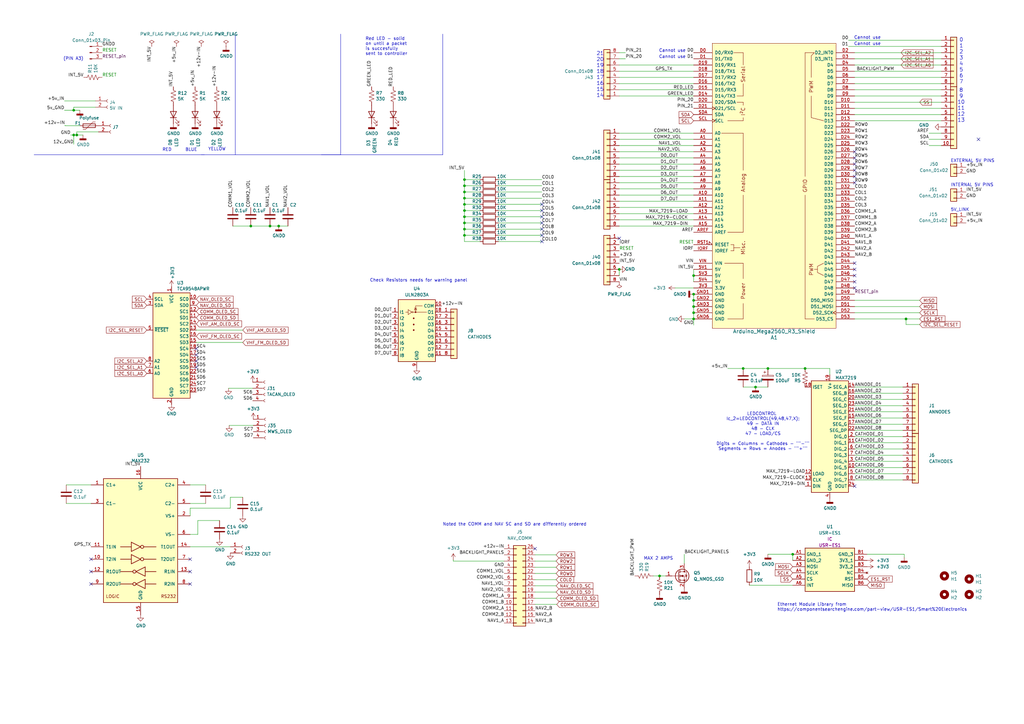
<source format=kicad_sch>
(kicad_sch (version 20250114) (generator "eeschema") (generator_version "9.0")
  (paper "A3")
  (title_block (date "2025-11-06"))
  (text "YELLOW" (at 85.344 61.976 0) (effects (font (size 1.27 1.27)) (justify left bottom)))
  (text "MAX 2 AMPS" (at 276.098 229.87 0) (effects (font (size 1.27 1.27)) (justify right bottom)))
  (text "BLUE" (at 75.946 62.23 0) (effects (font (size 1.27 1.27)) (justify left bottom)))
  (text "INTERNAL 5V PINS" (at 389.89 76.708 0) (effects (font (size 1.27 1.27)) (justify left bottom)))
  (text "Ethernet Module Library from \nhttps://componentsearchengine.com/part-view/USR-ES1/Smart%20Electronics" (at 318.77 250.825 0) (effects (font (size 1.27 1.27)) (justify left bottom)))
  (text "LEDCONTROL \nIc_2=LEDCONTROL(49,48,47,X);\n49 - DATA IN\n48 - CLK\n47 - LOAD/CS\n\nDigits = Columns = Cathodes - \"\"-\"\"\nSegments = Rows = Anodes - \"\"+\"\"" (at 312.928 184.912 0) (effects (font (size 1.27 1.27)) (justify bottom)))
  (text "Cannot use" (at 270.256 21.59 0) (effects (font (size 1.27 1.27)) (justify left bottom)))
  (text "RED" (at 66.548 62.23 0) (effects (font (size 1.27 1.27)) (justify left bottom)))
  (text "(PIN A3)" (at 25.908 24.892 0) (effects (font (size 1.27 1.27)) (justify left bottom)))
  (text "Cannot use" (at 350.266 16.256 0) (effects (font (size 1.27 1.27)) (justify left bottom)))
  (text "Noted the COMM and NAV SC and SD are differently ordered" (at 211.074 215.138 0) (effects (font (size 1.27 1.27))))
  (text "0\n1\n2\n3\n4\n5\n6\n7" (at 393.446 34.544 0) (effects (font (size 1.524 1.524)) (justify left bottom)))
  (text "LEDCONTROL \nIc_2=LEDCONTROL(49,48,47,X);\n49 - DATA IN\n48 - CLK\n47 - LOAD/CS\n\nDigits = Columns = Cathodes - \"\"-\"\"\nSegments = Rows = Anodes - \"\"+\"\"" (at -38.1 166.116 0) (effects (font (size 1.27 1.27)) (justify bottom)))
  (text "Red LED - solid\non until a packet\nis succesfully \nsent to controller" (at 149.86 22.86 0) (effects (font (size 1.27 1.27)) (justify left bottom)))
  (text "5V_LINK" (at 389.89 86.868 0) (effects (font (size 1.27 1.27)) (justify left bottom)))
  (text "Check Resistors needs for warning panel" (at 171.704 115.062 0) (effects (font (size 1.27 1.27))))
  (text "Cannot use" (at 350.266 18.796 0) (effects (font (size 1.27 1.27)) (justify left bottom)))
  (text "Cannot use" (at 270.256 24.13 0) (effects (font (size 1.27 1.27)) (justify left bottom)))
  (text "21\n20\n19\n18\n17\n16\n15\n14" (at 244.602 40.132 0) (effects (font (size 1.524 1.524)) (justify left bottom)))
  (text "EXTERNAL 5V PINS" (at 389.89 66.802 0) (effects (font (size 1.27 1.27)) (justify left bottom)))
  (text "8\n9\n10\n11\n12\n13\n" (at 394.208 50.292 0) (effects (font (size 1.524 1.524)) (justify bottom)))
  (junction (at 190.5 88.9))
  (junction (at 114.3 92.71))
  (junction (at 284.48 120.65))
  (junction (at 284.48 125.73))
  (junction (at 270.51 236.22))
  (junction (at 330.2 151.13))
  (junction (at 190.5 86.36))
  (junction (at 190.5 91.44))
  (junction (at 31.496 55.372))
  (junction (at 284.48 130.81))
  (junction (at 30.226 55.372))
  (junction (at 190.5 96.52))
  (junction (at 30.226 45.212))
  (junction (at 304.8 151.13))
  (junction (at 102.87 92.71))
  (junction (at 284.48 128.27))
  (junction (at 190.5 83.82))
  (junction (at 190.5 73.66))
  (junction (at 110.744 92.71))
  (junction (at 314.96 151.13))
  (junction (at 325.12 227.33))
  (junction (at 190.5 78.74))
  (junction (at 254 110.49))
  (junction (at 309.88 158.75))
  (junction (at 284.48 123.19))
  (junction (at 190.5 93.98))
  (junction (at 371.602 130.81))
  (junction (at 284.48 113.03))
  (junction (at 190.5 81.28))
  (junction (at 190.5 76.2))
  (no_connect (at 80.518 143.002))
  (no_connect (at 222.25 88.9))
  (no_connect (at 350.52 199.39))
  (no_connect (at 80.518 145.542))
  (no_connect (at 37.338 239.522))
  (no_connect (at 350.52 74.93))
  (no_connect (at 222.25 99.06))
  (no_connect (at 350.52 115.57))
  (no_connect (at 401.32 57.15))
  (no_connect (at 222.25 83.82))
  (no_connect (at 350.52 110.49))
  (no_connect (at 222.25 93.98))
  (no_connect (at 77.978 229.362))
  (no_connect (at 37.338 229.362))
  (no_connect (at 80.518 150.622))
  (no_connect (at 254 97.79))
  (no_connect (at 350.52 113.03))
  (no_connect (at 350.52 118.11))
  (no_connect (at 77.978 239.522))
  (no_connect (at 350.52 62.23))
  (no_connect (at 350.52 69.85))
  (no_connect (at 350.52 67.31))
  (no_connect (at 350.52 72.39))
  (no_connect (at 350.52 64.77))
  (no_connect (at 77.978 234.442))
  (no_connect (at 222.25 96.52))
  (no_connect (at 222.25 86.36))
  (no_connect (at 350.52 107.95))
  (no_connect (at 219.456 225.044))
  (no_connect (at 37.338 234.442))
  (no_connect (at 222.25 91.44))
  (no_connect (at 80.518 148.082))
  (wire (pts (xy 350.52 39.37) (xy 386.08 39.37)))
  (polyline (pts (xy 139.7 63.5) (xy 139.7 13.97)))
  (wire (pts (xy 350.52 191.77) (xy 370.332 191.77)))
  (wire (pts (xy 284.48 123.19) (xy 284.48 125.73)))
  (wire (pts (xy 371.602 130.81) (xy 371.602 133.096)))
  (wire (pts (xy 190.5 99.06) (xy 196.85 99.06)))
  (wire (pts (xy 350.52 34.29) (xy 386.08 34.29)))
  (wire (pts (xy 330.2 151.13) (xy 340.36 151.13)))
  (wire (pts (xy 254 31.75) (xy 284.48 31.75)))
  (wire (pts (xy 80.518 135.382) (xy 99.568 135.382)))
  (wire (pts (xy 94.488 208.407) (xy 77.978 208.407)))
  (wire (pts (xy 254 87.63) (xy 284.48 87.63)))
  (wire (pts (xy 190.5 91.44) (xy 190.5 93.98)))
  (wire (pts (xy 196.85 78.74) (xy 190.5 78.74)))
  (polyline (pts (xy 82.55 63.5) (xy 139.7 63.5)))
  (wire (pts (xy 350.52 49.53) (xy 386.08 49.53)))
  (wire (pts (xy 196.85 81.28) (xy 190.5 81.28)))
  (wire (pts (xy 350.52 41.91) (xy 386.08 41.91)))
  (wire (pts (xy 81.153 213.487) (xy 90.043 213.487)))
  (wire (pts (xy 84.328 198.882) (xy 77.978 198.882)))
  (wire (pts (xy 254 62.23) (xy 284.48 62.23)))
  (wire (pts (xy 185.928 230.124) (xy 206.756 230.124)))
  (wire (pts (xy 350.52 171.45) (xy 370.332 171.45)))
  (wire (pts (xy 350.52 179.07) (xy 370.332 179.07)))
  (wire (pts (xy 26.67 51.308) (xy 26.67 51.562)))
  (wire (pts (xy 196.85 93.98) (xy 190.5 93.98)))
  (wire (pts (xy 254 34.29) (xy 284.48 34.29)))
  (wire (pts (xy 196.85 73.66) (xy 190.5 73.66)))
  (wire (pts (xy 304.8 151.13) (xy 314.96 151.13)))
  (wire (pts (xy 284.48 110.49) (xy 284.48 113.03)))
  (wire (pts (xy 280.67 130.81) (xy 284.48 130.81)))
  (wire (pts (xy 222.25 76.2) (xy 204.47 76.2)))
  (wire (pts (xy 37.338 198.882) (xy 27.178 198.882)))
  (wire (pts (xy 314.96 151.13) (xy 330.2 151.13)))
  (wire (pts (xy 190.5 73.66) (xy 190.5 76.2)))
  (wire (pts (xy 30.226 43.942) (xy 30.226 45.212)))
  (wire (pts (xy 39.116 43.942) (xy 30.226 43.942)))
  (wire (pts (xy 219.456 247.904) (xy 228.346 247.904)))
  (wire (pts (xy 381 57.15) (xy 386.08 57.15)))
  (wire (pts (xy 254 57.15) (xy 284.48 57.15)))
  (polyline (pts (xy 131.826 63.5) (xy 181.61 63.5)))
  (wire (pts (xy 350.52 184.15) (xy 370.332 184.15)))
  (wire (pts (xy 254 77.47) (xy 284.48 77.47)))
  (wire (pts (xy 77.978 219.202) (xy 81.153 219.202)))
  (wire (pts (xy 219.456 240.284) (xy 228.092 240.284)))
  (wire (pts (xy 222.25 93.98) (xy 204.47 93.98)))
  (wire (pts (xy 350.52 189.23) (xy 370.332 189.23)))
  (wire (pts (xy 350.52 29.21) (xy 386.08 29.21)))
  (wire (pts (xy 99.568 203.962) (xy 94.488 203.962)))
  (wire (pts (xy 377.19 123.19) (xy 350.52 123.19)))
  (wire (pts (xy 190.5 96.52) (xy 190.5 99.06)))
  (wire (pts (xy 77.978 224.282) (xy 94.488 224.282)))
  (wire (pts (xy 31.496 55.372) (xy 34.036 55.372)))
  (wire (pts (xy 254 59.69) (xy 284.48 59.69)))
  (wire (pts (xy 222.25 91.44) (xy 204.47 91.44)))
  (wire (pts (xy 256.54 21.59) (xy 254 21.59)))
  (wire (pts (xy 284.48 133.35) (xy 284.48 130.81)))
  (wire (pts (xy 381 54.61) (xy 386.08 54.61)))
  (wire (pts (xy 254 39.37) (xy 284.48 39.37)))
  (wire (pts (xy 190.5 76.2) (xy 190.5 78.74)))
  (wire (pts (xy 254 110.49) (xy 254 113.03)))
  (wire (pts (xy 254 67.31) (xy 284.48 67.31)))
  (wire (pts (xy 222.25 88.9) (xy 204.47 88.9)))
  (wire (pts (xy 284.48 125.73) (xy 284.48 128.27)))
  (wire (pts (xy 347.98 19.05) (xy 386.08 19.05)))
  (wire (pts (xy 270.51 236.22) (xy 273.05 236.22)))
  (wire (pts (xy 350.52 21.59) (xy 386.08 21.59)))
  (wire (pts (xy 371.602 133.096) (xy 377.19 133.096)))
  (wire (pts (xy 350.52 186.69) (xy 370.332 186.69)))
  (wire (pts (xy 350.52 166.37) (xy 370.332 166.37)))
  (wire (pts (xy 284.48 128.27) (xy 284.48 130.81)))
  (wire (pts (xy 254 72.39) (xy 284.48 72.39)))
  (wire (pts (xy 254 24.13) (xy 256.54 24.13)))
  (wire (pts (xy 377.19 125.73) (xy 350.52 125.73)))
  (wire (pts (xy 110.744 92.71) (xy 114.3 92.71)))
  (wire (pts (xy 196.85 91.44) (xy 190.5 91.44)))
  (wire (pts (xy 350.52 31.75) (xy 386.08 31.75)))
  (wire (pts (xy 309.88 158.75) (xy 314.96 158.75)))
  (wire (pts (xy 254 64.77) (xy 284.48 64.77)))
  (wire (pts (xy 284.48 120.65) (xy 284.48 123.19)))
  (wire (pts (xy 350.52 181.61) (xy 370.332 181.61)))
  (wire (pts (xy 196.85 83.82) (xy 190.5 83.82)))
  (wire (pts (xy 254 69.85) (xy 284.48 69.85)))
  (wire (pts (xy 254 85.09) (xy 284.48 85.09)))
  (wire (pts (xy 370.84 227.33) (xy 370.84 228.6)))
  (wire (pts (xy 30.226 45.212) (xy 32.766 45.212)))
  (wire (pts (xy 284.48 113.03) (xy 284.48 115.57)))
  (polyline (pts (xy 139.7 63.5) (xy 131.826 63.5)))
  (wire (pts (xy 219.456 235.204) (xy 228.092 235.204)))
  (wire (pts (xy 222.25 96.52) (xy 204.47 96.52)))
  (wire (pts (xy 81.153 219.202) (xy 81.153 213.487)))
  (wire (pts (xy 37.338 206.502) (xy 27.178 206.502)))
  (wire (pts (xy 190.5 93.98) (xy 190.5 96.52)))
  (wire (pts (xy 350.52 194.31) (xy 370.332 194.31)))
  (wire (pts (xy 347.98 16.51) (xy 386.08 16.51)))
  (wire (pts (xy 77.978 208.407) (xy 77.978 211.582)))
  (wire (pts (xy 350.52 46.99) (xy 386.08 46.99)))
  (wire (pts (xy 307.34 240.03) (xy 325.12 240.03)))
  (wire (pts (xy 371.602 130.81) (xy 350.52 130.81)))
  (wire (pts (xy 350.52 36.83) (xy 386.08 36.83)))
  (wire (pts (xy 222.25 73.66) (xy 204.47 73.66)))
  (wire (pts (xy 222.25 78.74) (xy 204.47 78.74)))
  (wire (pts (xy 219.456 227.584) (xy 228.092 227.584)))
  (wire (pts (xy 222.25 86.36) (xy 204.47 86.36)))
  (wire (pts (xy 350.52 173.99) (xy 370.332 173.99)))
  (wire (pts (xy 314.96 227.33) (xy 325.12 227.33)))
  (wire (pts (xy 190.5 83.82) (xy 190.5 86.36)))
  (wire (pts (xy 196.85 96.52) (xy 190.5 96.52)))
  (wire (pts (xy 222.25 83.82) (xy 204.47 83.82)))
  (wire (pts (xy 350.52 163.83) (xy 370.332 163.83)))
  (wire (pts (xy 219.456 237.744) (xy 228.092 237.744)))
  (wire (pts (xy 280.67 227.33) (xy 280.67 231.14)))
  (wire (pts (xy 254 54.61) (xy 284.48 54.61)))
  (wire (pts (xy 196.85 86.36) (xy 190.5 86.36)))
  (polyline (pts (xy 13.97 63.5) (xy 83.82 63.5)))
  (wire (pts (xy 377.19 130.81) (xy 371.602 130.81)))
  (wire (pts (xy 254 26.67) (xy 284.48 26.67)))
  (wire (pts (xy 254 74.93) (xy 284.48 74.93)))
  (wire (pts (xy 219.456 230.124) (xy 228.092 230.124)))
  (wire (pts (xy 254 92.71) (xy 284.48 92.71)))
  (wire (pts (xy 276.86 118.11) (xy 284.48 118.11)))
  (polyline (pts (xy 181.61 63.5) (xy 181.61 13.97)))
  (wire (pts (xy 190.5 86.36) (xy 190.5 88.9)))
  (wire (pts (xy 95.504 92.71) (xy 102.87 92.71)))
  (wire (pts (xy 26.67 51.562) (xy 32.766 51.562)))
  (wire (pts (xy 254 90.17) (xy 284.48 90.17)))
  (wire (pts (xy 304.8 158.75) (xy 309.88 158.75)))
  (wire (pts (xy 350.52 158.75) (xy 370.332 158.75)))
  (wire (pts (xy 254 29.21) (xy 284.48 29.21)))
  (wire (pts (xy 30.226 55.372) (xy 30.226 59.182)))
  (wire (pts (xy 190.5 88.9) (xy 190.5 91.44)))
  (wire (pts (xy 94.488 203.962) (xy 94.488 208.407)))
  (wire (pts (xy 222.25 99.06) (xy 204.47 99.06)))
  (wire (pts (xy 219.456 232.664) (xy 228.092 232.664)))
  (wire (pts (xy 254 80.01) (xy 284.48 80.01)))
  (wire (pts (xy 190.5 78.74) (xy 190.5 81.28)))
  (wire (pts (xy 350.52 24.13) (xy 386.08 24.13)))
  (wire (pts (xy 254 36.83) (xy 284.48 36.83)))
  (wire (pts (xy 219.456 242.824) (xy 228.092 242.824)))
  (wire (pts (xy 350.52 161.29) (xy 370.332 161.29)))
  (wire (pts (xy 254 82.55) (xy 284.48 82.55)))
  (wire (pts (xy 190.5 69.85) (xy 190.5 73.66)))
  (wire (pts (xy 185.928 230.124) (xy 185.928 229.616)))
  (wire (pts (xy 350.52 44.45) (xy 386.08 44.45)))
  (wire (pts (xy 196.85 76.2) (xy 190.5 76.2)))
  (wire (pts (xy 350.52 168.91) (xy 370.332 168.91)))
  (wire (pts (xy 196.85 88.9) (xy 190.5 88.9)))
  (wire (pts (xy 355.6 227.33) (xy 370.84 227.33)))
  (wire (pts (xy 350.52 176.53) (xy 370.332 176.53)))
  (wire (pts (xy 80.518 140.462) (xy 99.568 140.462)))
  (wire (pts (xy 325.12 227.33) (xy 325.12 229.87)))
  (wire (pts (xy 26.416 41.402) (xy 39.116 41.402)))
  (wire (pts (xy 298.45 151.13) (xy 304.8 151.13)))
  (wire (pts (xy 93.726 159.258) (xy 103.632 159.258)))
  (wire (pts (xy 30.226 55.372) (xy 31.496 55.372)))
  (wire (pts (xy 84.328 206.502) (xy 77.978 206.502)))
  (wire (pts (xy 267.97 236.22) (xy 270.51 236.22)))
  (polyline (pts (xy 96.52 63.5) (xy 96.52 13.97)))
  (wire (pts (xy 190.5 81.28) (xy 190.5 83.82)))
  (wire (pts (xy 222.25 81.28) (xy 204.47 81.28)))
  (wire (pts (xy 26.416 45.212) (xy 30.226 45.212)))
  (wire (pts (xy 31.496 54.102) (xy 31.496 55.372)))
  (wire (pts (xy 28.956 55.372) (xy 30.226 55.372)))
  (wire (pts (xy 114.3 92.71) (xy 118.11 92.71)))
  (wire (pts (xy 350.52 196.85) (xy 370.332 196.85)))
  (wire (pts (xy 93.98 174.498) (xy 103.886 174.498)))
  (wire (pts (xy 340.36 153.67) (xy 340.36 151.13)))
  (wire (pts (xy 102.87 92.71) (xy 110.744 92.71)))
  (wire (pts (xy 377.19 128.27) (xy 350.52 128.27)))
  (wire (pts (xy 381 59.69) (xy 386.08 59.69)))
  (wire (pts (xy 219.456 245.364) (xy 228.092 245.364)))
  (wire (pts (xy 350.52 26.67) (xy 386.08 26.67)))
  (wire (pts (xy 40.386 54.102) (xy 31.496 54.102)))
  (image (at -60.198 193.294))
  (label "D3_OUT" (at 160.782 135.636 180))
  (label "MAX_7219-LOAD" (at 330.2 194.31 180))
  (label "COMM2_B" (at 206.756 252.984 180))
  (label "CATHODE_02" (at 350.52 181.61 0))
  (label "IORF" (at 254 100.33 0))
  (label "VIN" (at 284.48 107.95 180))
  (label "COL9" (at 222.25 96.52 0))
  (label "COMM1_A" (at 350.52 87.63 0))
  (label "PIN_20" (at 256.54 24.13 0))
  (label "+12v-IN" (at 206.756 225.044 180))
  (label "RED_LED" (at 284.48 36.83 180))
  (label "SD7" (at 80.518 160.782 0))
  (label "D3_OUT" (at 278.13 72.39 180))
  (label "NAV1_B" (at 219.456 255.524 0))
  (label "GND" (at 28.956 55.372 180))
  (label "ROW3" (at 350.52 59.69 0))
  (label "PIN_21" (at 284.48 44.45 180))
  (label "INT_5V" (at 254 107.95 0))
  (label "D2_OUT" (at 278.13 69.85 180))
  (label "INT_5V" (at 71.12 35.56 90))
  (label "SD6" (at 80.518 155.702 0))
  (label "INT_5V" (at 190.5 69.85 180))
  (label "D0" (at 284.48 21.59 180))
  (label "COL3" (at 350.52 85.09 0))
  (label "NAV2_VOL" (at 118.11 85.09 90))
  (label "ROW6" (at 350.52 67.31 0))
  (label "CATHODE_06" (at 350.52 191.77 0))
  (label "INT_5V" (at 34.29 31.75 180))
  (label "ANNODE_04" (at 350.52 166.37 0))
  (label "+5v_IN" (at 396.24 68.58 0))
  (label "ANNODE_02" (at 350.52 161.29 0))
  (label "VIN" (at 254 115.57 0))
  (label "D4_OUT" (at 278.13 74.93 180))
  (label "SD4" (at 80.518 145.542 0))
  (label "PIN_21" (at 256.54 21.59 0))
  (label "ANNODE_05" (at 350.52 168.91 0))
  (label "NAV1_VOL" (at 279.4 59.69 180))
  (label "D5_OUT" (at 160.782 140.716 180))
  (label "D4_OUT" (at 160.782 138.176 180))
  (label "D0_OUT" (at 160.782 128.016 180))
  (label "CATHODE_05" (at 350.52 189.23 0))
  (label "+5v_IN" (at 26.416 41.402 180))
  (label "COL10" (at 222.25 99.06 0))
  (label "NAV2_B" (at 350.52 105.41 0))
  (label "+3V3" (at 254 105.41 0))
  (label "COL7" (at 222.25 91.44 0))
  (label "SCL" (at 381 59.69 180))
  (label "AREF" (at 284.48 95.25 180))
  (label "ROW0" (at 350.52 52.07 0))
  (label "ANNODE_08" (at 350.52 176.53 0))
  (label "PIN_20" (at 284.48 41.91 180))
  (label "MAX_7219-CLOCK" (at 282.194 90.17 180))
  (label "D5_OUT" (at 278.13 77.47 180))
  (label "SD6" (at 103.632 164.338 180))
  (label "NAV2_VOL" (at 206.756 242.824 180))
  (label "12v_GND" (at 30.226 59.182 180))
  (label "IORF" (at 284.48 102.87 180))
  (label "RESET_pin" (at 41.91 24.13 0))
  (label "COMM2_B" (at 350.52 95.25 0))
  (label "+5v_IN" (at 72.39 19.05 270))
  (label "+12v-IN" (at 26.67 51.308 180))
  (label "INT_5V" (at 62.23 19.05 270))
  (label "GND" (at 284.48 133.35 180))
  (label "D7_OUT" (at 278.13 82.55 180))
  (label "COL1" (at 222.25 76.2 0))
  (label "GREEN_LED" (at 284.48 39.37 180))
  (label "D6_OUT" (at 278.13 80.01 180))
  (label "D1_OUT" (at 278.13 67.31 180))
  (label "ANNODE_03" (at 350.52 163.83 0))
  (label "CATHODE_03" (at 350.52 184.15 0))
  (label "INT_5V" (at 396.24 88.9 0))
  (label "GND" (at 206.756 232.664 180))
  (label "AREF" (at 381 54.61 180))
  (label "ROW9" (at 350.52 74.93 0))
  (label "COL0" (at 222.25 73.66 0))
  (label "NAV2_A" (at 350.52 102.87 0))
  (label "CATHODE_01" (at 350.52 179.07 0))
  (label "COMM2_VOL" (at 279.4 57.15 180))
  (label "BACKLIGHT_PANELS" (at 206.756 227.584 180))
  (label "GPS_TX" (at 275.844 29.21 180))
  (label "COL4" (at 222.25 83.82 0))
  (label "D1" (at 347.98 19.05 180))
  (label "D1" (at 284.48 24.13 180))
  (label "GNDD" (at 41.91 19.05 0))
  (label "SC6" (at 103.632 161.798 180))
  (label "NAV1_VOL" (at 206.756 240.284 180))
  (label "MAX_7219-LOAD" (at 282.194 87.63 180))
  (label "INT_5V" (at 396.24 78.74 0))
  (label "COMM2_A" (at 206.756 250.444 180))
  (label "D2_OUT" (at 160.782 133.096 180))
  (label "SD7" (at 103.886 179.578 180))
  (label "ROW7" (at 350.52 69.85 0))
  (label "ANNODE_01" (at 350.52 158.75 0))
  (label "ROW5" (at 350.52 64.77 0))
  (label "COMM2_VOL" (at 206.756 237.744 180))
  (label "ROW1" (at 350.52 54.61 0))
  (label "SC7" (at 80.518 158.242 0))
  (label "COL3" (at 222.25 81.28 0))
  (label "NAV2_B" (at 219.456 250.444 0))
  (label "SC6" (at 80.518 153.162 0))
  (label "INT_5V" (at 57.658 191.262 180))
  (label "NAV1_A" (at 350.52 97.79 0))
  (label "SC5" (at 80.518 148.082 0))
  (label "COL2" (at 350.52 82.55 0))
  (label "MAX_7219-DIN" (at 282.194 92.71 180))
  (label "MAX_7219-CLOCK" (at 330.2 196.85 180))
  (label "COMM1_A" (at 206.756 245.364 180))
  (label "GND" (at 396.24 81.28 0))
  (label "SC4" (at 80.518 143.002 0))
  (label "NAV2_A" (at 219.456 252.984 0))
  (label "NAV1_A" (at 206.756 255.524 180))
  (label "COL5" (at 222.25 86.36 0))
  (label "D0" (at 347.98 16.51 180))
  (label "5v_GND" (at 26.416 45.212 180))
  (label "D1_OUT" (at 160.782 130.556 180))
  (label "D7_OUT" (at 160.782 145.796 180))
  (label "ROW2" (at 350.52 57.15 0))
  (label "COL6" (at 222.25 88.9 0))
  (label "+5v_IN" (at 80.01 35.56 90))
  (label "ANNODE_07" (at 350.52 173.99 0))
  (label "MAX_7219-DIN" (at 330.2 199.39 180))
  (label "COL8" (at 222.25 93.98 0))
  (label "BACKLIGHT_PWM" (at 351.282 29.21 0))
  (label "D6_OUT" (at 160.782 143.256 180))
  (label "CATHODE_08" (at 350.52 196.85 0))
  (label "SD5" (at 80.518 150.622 0))
  (label "CATHODE_07" (at 350.52 194.31 0))
  (label "NAV2_VOL" (at 279.146 62.23 180))
  (label "+5v_IN" (at 298.45 151.13 180))
  (label "+5v_IN" (at 396.24 91.44 0))
  (label "INT_5V" (at 284.48 110.49 180))
  (label "COMM1_VOL" (at 206.756 235.204 180))
  (label "RESET" (at 41.91 21.59 0))
  (label "ROW4" (at 350.52 62.23 0))
  (label "COMM1_B" (at 350.52 90.17 0))
  (label "GND" (at 396.24 71.12 0))
  (label "COMM2_VOL" (at 102.87 85.09 90))
  (label "GREEN_LED" (at 152.4 35.56 90))
  (label "+12v-IN" (at 181.102 125.476 0))
  (label "RESET" (at 284.48 100.33 180))
  (label "NAV1_VOL" (at 110.744 85.09 90))
  (label "ROW8" (at 350.52 72.39 0))
  (label "COMM1_VOL" (at 95.504 85.09 90))
  (label "COMM2_A" (at 350.52 92.71 0))
  (label "RESET" (at 254 102.87 0))
  (label "SDA" (at 381 57.15 180))
  (label "BACKLIGHT_PANELS" (at 280.67 227.33 0))
  (label "SC7" (at 103.886 177.038 180))
  (label "COL1" (at 350.52 80.01 0))
  (label "COMM1_VOL" (at 279.4 54.61 180))
  (label "NAV1_B" (at 350.52 100.33 0))
  (label "COL2" (at 222.25 78.74 0))
  (label "RESET_pin" (at 350.52 120.65 0))
  (label "RESET" (at 41.91 31.75 0))
  (label "+12v-IN" (at 88.9 35.56 90))
  (label "ANNODE_06" (at 350.52 171.45 0))
  (label "CATHODE_04" (at 350.52 186.69 0))
  (label "D0_OUT" (at 278.13 64.77 180))
  (label "+12v-IN" (at 82.55 19.05 270))
  (label "COMM1_B" (at 206.756 247.904 180))
  (label "COL0" (at 350.52 77.47 0))
  (label "GPS_TX" (at 37.338 224.282 180))
  (label "RED_LED" (at 161.29 35.56 90))
  (label "BACKLIGHT_PWM" (at 260.35 236.22 90))
  (global_label "COL0" (shape input) (at 228.092 237.744 0) (property "Intersheetrefs" "${INTERSHEET_REFS}" (effects (hide yes))))
  (global_label "ROW1" (shape input) (at 228.092 232.664 0) (property "Intersheetrefs" "${INTERSHEET_REFS}" (effects (hide yes))))
  (global_label "VHF_AM_OLED_SC" (shape input) (at 80.518 132.842 0) (property "Intersheetrefs" "${INTERSHEET_REFS}" (effects (hide yes))))
  (global_label "I2C_SEL_A2" (shape input) (at 369.57 21.59 0) (property "Intersheetrefs" "${INTERSHEET_REFS}" (effects (hide yes))))
  (global_label "I2C_SEL_A1" (shape input) (at 60.198 150.622 180) (property "Intersheetrefs" "${INTERSHEET_REFS}" (effects (hide yes))))
  (global_label "SS" (shape input) (at 377.19 41.91 0) (property "Intersheetrefs" "${INTERSHEET_REFS}" (effects (hide yes))))
  (global_label "COMM_OLED_SD" (shape input) (at 80.518 130.302 0) (property "Intersheetrefs" "${INTERSHEET_REFS}" (effects (hide yes))))
  (global_label "COMM_OLED_SC" (shape input) (at 80.518 127.762 0) (property "Intersheetrefs" "${INTERSHEET_REFS}" (effects (hide yes))))
  (global_label "NAV_OLED_SD" (shape input) (at 80.518 125.222 0) (property "Intersheetrefs" "${INTERSHEET_REFS}" (effects (hide yes))))
  (global_label "ROW3" (shape input) (at 228.092 227.584 0) (property "Intersheetrefs" "${INTERSHEET_REFS}" (effects (hide yes))))
  (global_label "COMM_OLED_SC" (shape input) (at 228.346 247.904 0) (property "Intersheetrefs" "${INTERSHEET_REFS}" (effects (hide yes))))
  (global_label "SCL" (shape input) (at 60.198 122.682 180) (property "Intersheetrefs" "${INTERSHEET_REFS}" (effects (hide yes))))
  (global_label "VHF_AM_OLED_SD" (shape input) (at 99.568 135.382 0) (property "Intersheetrefs" "${INTERSHEET_REFS}" (effects (hide yes))))
  (global_label "NAV_OLED_SC" (shape input) (at 80.518 122.682 0) (property "Intersheetrefs" "${INTERSHEET_REFS}" (effects (hide yes))))
  (global_label "MISO" (shape input) (at 377.19 123.19 0) (property "Intersheetrefs" "${INTERSHEET_REFS}" (effects (hide yes))))
  (global_label "I2C_SEL_RESET" (shape input) (at 60.198 135.382 180) (property "Intersheetrefs" "${INTERSHEET_REFS}" (effects (hide yes))))
  (global_label "SCLK" (shape input) (at 377.19 128.27 0) (property "Intersheetrefs" "${INTERSHEET_REFS}" (effects (hide yes))))
  (global_label "SCL" (shape input) (at 284.48 49.53 180) (property "Intersheetrefs" "${INTERSHEET_REFS}" (effects (hide yes))))
  (global_label "VHF_FM_OLED_SC" (shape input) (at 80.518 137.922 0) (property "Intersheetrefs" "${INTERSHEET_REFS}" (effects (hide yes))))
  (global_label "SCLK" (shape input) (at 325.12 234.95 180) (property "Intersheetrefs" "${INTERSHEET_REFS}" (effects (hide yes))))
  (global_label "I2C_SEL_A2" (shape input) (at 60.198 148.082 180) (property "Intersheetrefs" "${INTERSHEET_REFS}" (effects (hide yes))))
  (global_label "MISO" (shape input) (at 355.6 240.03 0) (property "Intersheetrefs" "${INTERSHEET_REFS}" (effects (hide yes))))
  (global_label "I2C_SEL_A1" (shape input) (at 369.57 24.13 0) (property "Intersheetrefs" "${INTERSHEET_REFS}" (effects (hide yes))))
  (global_label "I2C_SEL_RESET" (shape input) (at 377.19 133.096 0) (property "Intersheetrefs" "${INTERSHEET_REFS}" (effects (hide yes))))
  (global_label "I2C_SEL_A0" (shape input) (at 60.198 153.162 180) (property "Intersheetrefs" "${INTERSHEET_REFS}" (effects (hide yes))))
  (global_label "ES1_RST" (shape input) (at 377.19 130.81 0) (property "Intersheetrefs" "${INTERSHEET_REFS}" (effects (hide yes))))
  (global_label "I2C_SEL_A0" (shape input) (at 369.57 26.67 0) (property "Intersheetrefs" "${INTERSHEET_REFS}" (effects (hide yes))))
  (global_label "COMM_OLED_SD" (shape input) (at 228.092 245.364 0) (property "Intersheetrefs" "${INTERSHEET_REFS}" (effects (hide yes))))
  (global_label "ROW2" (shape input) (at 228.092 230.124 0) (property "Intersheetrefs" "${INTERSHEET_REFS}" (effects (hide yes))))
  (global_label "VHF_FM_OLED_SD" (shape input) (at 99.568 140.462 0) (property "Intersheetrefs" "${INTERSHEET_REFS}" (effects (hide yes))))
  (global_label "ES1_RST" (shape input) (at 355.6 237.49 0) (property "Intersheetrefs" "${INTERSHEET_REFS}" (effects (hide yes))))
  (global_label "SDA" (shape input) (at 284.48 46.99 180) (property "Intersheetrefs" "${INTERSHEET_REFS}" (effects (hide yes))))
  (global_label "NAV_OLED_SD" (shape input) (at 228.092 242.824 0) (property "Intersheetrefs" "${INTERSHEET_REFS}" (effects (hide yes))))
  (global_label "SDA" (shape input) (at 60.198 125.222 180) (property "Intersheetrefs" "${INTERSHEET_REFS}" (effects (hide yes))))
  (global_label "SS" (shape input) (at 325.12 237.49 180) (property "Intersheetrefs" "${INTERSHEET_REFS}" (effects (hide yes))))
  (global_label "NAV_OLED_SC" (shape input) (at 228.092 240.284 0) (property "Intersheetrefs" "${INTERSHEET_REFS}" (effects (hide yes))))
  (global_label "MOSI" (shape input) (at 325.12 232.41 180) (property "Intersheetrefs" "${INTERSHEET_REFS}" (effects (hide yes))))
  (global_label "ROW0" (shape input) (at 228.092 235.204 0) (property "Intersheetrefs" "${INTERSHEET_REFS}" (effects (hide yes))))
  (global_label "MOSI" (shape input) (at 377.19 125.73 0) (property "Intersheetrefs" "${INTERSHEET_REFS}" (effects (hide yes))))
  (symbol (lib_id "Connector_Generic:Conn_01x08") (at 248.92 62.23 0) (mirror y) (unit 1)
    (property "Reference" "J41" (at 246.38 62.2299 0) (effects (justify left)))
    (property "Value" "Conn_01x08" (at 246.38 64.7699 0) (effects (justify left)))
    (property "Footprint" "Connector_PinHeader_2.54mm:PinHeader_1x08_P2.54mm_Vertical" (effects (hide yes)))
    (property "Description" "Generic connector, single row, 01x08, script generated (kicad-library-utils/schlib/autogen/connector/)" (effects (hide yes)))
  )
  (symbol (lib_id "Device:C") (at 118.11 88.9 0) (unit 1)
    (property "Reference" "C2" (at 118.872 84.0486 0) (effects (justify left)))
    (property "Value" "0.1uF" (effects (hide yes)))
    (property "Footprint" "Capacitor_THT:C_Disc_D3.0mm_W2.0mm_P2.50mm" (effects (hide yes)))
  )
  (symbol (lib_id "Device:R") (at 200.66 96.52 90) (unit 1)
    (property "Reference" "R37" (at 195.58 95.25 90))
    (property "Value" "10K" (at 205.74 95.25 90))
    (property "Footprint" "Resistor_THT:R_Axial_DIN0207_L6.3mm_D2.5mm_P2.54mm_Vertical" (effects (hide yes)))
  )
  (symbol (lib_id "power:+3V3") (at 355.6 229.87 270) (unit 1)
    (property "Reference" "#PWR018" (effects (hide yes)))
    (property "Value" "+3V3" (at 359.41 229.8699 90) (effects (justify left)))
  )
  (symbol (lib_id "Device:LED") (at 88.9 46.99 90) (unit 1)
    (property "Reference" "D2" (at 87.63 58.42 0))
    (property "Value" "LED" (at 90.17 58.42 0))
    (property "Footprint" "LED_THT:LED_D3.0mm" (effects (hide yes)))
  )
  (symbol (lib_name "+3V3_2") (lib_id "power:+3V3") (at 103.632 156.718 0) (unit 1)
    (property "Reference" "#PWR024" (effects (hide yes)))
    (property "Value" "+3V3" (at 103.632 152.4 0))
    (property "Description" "Power symbol creates a global label with name \"+3V3\"" (effects (hide yes)))
  )
  (symbol (lib_id "Device:R") (at 200.66 86.36 90) (unit 1)
    (property "Reference" "R30" (at 195.58 85.09 90))
    (property "Value" "10K" (at 205.74 85.09 90))
    (property "Footprint" "Resistor_THT:R_Axial_DIN0207_L6.3mm_D2.5mm_P2.54mm_Vertical" (effects (hide yes)))
  )
  (symbol (lib_id "power:GND") (at 99.568 211.582 0) (unit 1)
    (property "Reference" "#PWR021" (effects (hide yes)))
    (property "Value" "GND" (at 99.695 215.9762 0))
  )
  (symbol (lib_id "power:GND") (at 57.658 252.222 0) (unit 1)
    (property "Reference" "#PWR06" (effects (hide yes)))
    (property "Value" "GND" (at 57.785 256.6162 0))
  )
  (symbol (lib_id "Transistor_Array:ULN2803A") (at 170.942 133.096 0) (unit 1)
    (property "Reference" "U4" (at 170.942 118.364 0))
    (property "Value" "ULN2803A" (at 170.942 120.904 0))
    (property "Footprint" "Package_DIP:DIP-18_W7.62mm" (effects (hide yes)))
    (property "Datasheet" "http://www.ti.com/lit/ds/symlink/uln2803a.pdf" (effects (hide yes)))
    (property "Description" "Darlington Transistor Arrays, SOIC18/DIP18" (effects (hide yes)))
  )
  (symbol (lib_id "Connector:Conn_01x04_Socket") (at 108.966 174.498 0) (unit 1)
    (property "Reference" "J35" (at 109.6772 174.5558 0) (effects (justify left)))
    (property "Value" "MWS_OLED" (at 109.6772 176.9801 0) (effects (justify left)))
    (property "Footprint" "Connector_PinSocket_2.54mm:PinSocket_1x04_P2.54mm_Vertical" (effects (hide yes)))
  )
  (symbol (lib_id "power:GNDD") (at 340.36 204.47 0) (unit 1)
    (property "Reference" "#PWR035" (effects (hide yes)))
    (property "Value" "GNDD" (at 340.4616 208.407 0))
  )
  (symbol (lib_name "+3V3_1") (lib_id "power:+3V3") (at 185.928 229.616 0) (unit 1)
    (property "Reference" "#PWR023" (effects (hide yes)))
    (property "Value" "+3V3" (at 185.928 224.79 0))
    (property "Description" "Power symbol creates a global label with name \"+3V3\"" (effects (hide yes)))
  )
  (symbol (lib_id "Device:LED") (at 152.4 46.99 90) (unit 1)
    (property "Reference" "D3" (at 151.13 58.674 0))
    (property "Value" "GREEN" (at 153.67 59.69 0))
    (property "Footprint" "LED_THT:LED_D3.0mm" (effects (hide yes)))
  )
  (symbol (lib_id "Device:C") (at 84.328 202.692 0) (unit 1)
    (property "Reference" "C13" (at 87.249 201.5236 0) (effects (justify left)))
    (property "Value" "0.1uF" (at 87.249 203.835 0) (effects (justify left)))
    (property "Footprint" "Capacitor_THT:C_Disc_D4.3mm_W1.9mm_P5.00mm" (effects (hide yes)))
  )
  (symbol (lib_id "Device:R") (at 200.66 99.06 90) (unit 1)
    (property "Reference" "R38" (at 195.58 97.79 90))
    (property "Value" "10K" (at 205.74 97.79 90))
    (property "Footprint" "Resistor_THT:R_Axial_DIN0207_L6.3mm_D2.5mm_P2.54mm_Vertical" (effects (hide yes)))
  )
  (symbol (lib_id "Device:R") (at 200.66 93.98 90) (unit 1)
    (property "Reference" "R36" (at 195.58 92.71 90))
    (property "Value" "10K" (at 205.74 92.71 90))
    (property "Footprint" "Resistor_THT:R_Axial_DIN0207_L6.3mm_D2.5mm_P2.54mm_Vertical" (effects (hide yes)))
  )
  (symbol (lib_id "Device:R_US") (at 38.1 31.75 90) (unit 1)
    (property "Reference" "R11" (at 36.9316 30.0228 0) (effects (justify left)))
    (property "Value" "10K" (at 39.243 30.0228 0) (effects (justify left)))
    (property "Footprint" "Resistor_THT:R_Axial_DIN0207_L6.3mm_D2.5mm_P2.54mm_Vertical" (effects (hide yes)))
  )
  (symbol (lib_id "Connector:Conn_01x03_Pin") (at 36.83 21.59 0) (unit 1)
    (property "Reference" "J2" (at 37.465 13.97 0))
    (property "Value" "Conn_01x03_Pin" (at 37.465 16.51 0))
    (property "Footprint" "Connector_PinHeader_2.54mm:PinHeader_1x03_P2.54mm_Vertical" (effects (hide yes)))
    (property "Description" "Generic connector, single row, 01x03, script generated" (effects (hide yes)))
  )
  (symbol (lib_id "power:+3V3") (at 70.358 117.602 0) (unit 1)
    (property "Reference" "#PWR031" (effects (hide yes)))
    (property "Value" "+3V3" (at 70.739 114.554 90) (effects (justify left)))
  )
  (symbol (lib_id "power:GNDD") (at 270.51 243.84 0) (unit 1)
    (property "Reference" "#PWR028" (effects (hide yes)))
    (property "Value" "GNDD" (at 270.6116 247.777 0))
  )
  (symbol (lib_id "power:PWR_FLAG") (at 254 115.57 180) (unit 1)
    (property "Reference" "#FLG05" (effects (hide yes)))
    (property "Value" "PWR_FLAG" (at 254 120.65 0))
    (property "Description" "Special symbol for telling ERC where power comes from" (effects (hide yes)))
  )
  (symbol (lib_id "Driver_LED:MAX7219") (at 340.36 179.07 0) (unit 1)
    (property "Reference" "U2" (at 342.5541 152.4 0) (effects (justify left)))
    (property "Value" "MAX7219" (at 342.5541 154.94 0) (effects (justify left)))
    (property "Footprint" "Package_DIP:DIP-24_W7.62mm_LongPads" (effects (hide yes)))
    (property "Datasheet" "https://datasheets.maximintegrated.com/en/ds/MAX7219-MAX7221.pdf" (effects (hide yes)))
    (property "Description" "8-Digit LED Display Driver" (effects (hide yes)))
  )
  (symbol (lib_id "Device:Polyfuse") (at 36.576 51.562 90) (unit 1)
    (property "Reference" "F1" (at 32.004 50.546 90))
    (property "Value" "Polyfuse" (at 36.576 48.3145 90))
    (property "Footprint" "Fuse:Fuse_1206_3216Metric" (effects (hide yes)))
    (property "Description" "Resettable fuse, polymeric positive temperature coefficient" (effects (hide yes)))
  )
  (symbol (lib_id "power:GND") (at 93.726 159.258 0) (unit 1)
    (property "Reference" "#PWR053" (effects (hide yes)))
    (property "Value" "GND" (at 93.726 163.068 0))
  )
  (symbol (lib_id "Device:CP") (at 314.96 154.94 0) (unit 1)
    (property "Reference" "C5" (at 317.9572 153.7716 0) (effects (justify left)))
    (property "Value" "100uF" (at 317.9572 156.083 0) (effects (justify left)))
    (property "Footprint" "Capacitor_THT:C_Radial_D8.0mm_H7.0mm_P3.50mm" (effects (hide yes)))
  )
  (symbol (lib_id "power:GNDD") (at 114.3 92.71 0) (unit 1)
    (property "Reference" "#PWR013" (effects (hide yes)))
    (property "Value" "GNDD" (at 114.4016 96.647 0))
  )
  (symbol (lib_id "Interface_Expansion:TCA9548APWR") (at 70.358 140.462 0) (unit 1)
    (property "Reference" "U3" (at 72.5521 115.9977 0) (effects (justify left)))
    (property "Value" "TCA9548APWR" (at 72.5521 118.4219 0) (effects (justify left)))
    (property "Footprint" "PTLibrary:AllieExpress_TCA9548A" (effects (hide yes)))
    (property "Datasheet" "http://www.ti.com/lit/ds/symlink/tca9548a.pdf" (effects (hide yes)))
  )
  (symbol (lib_id "Interface_UART:MAX232") (at 57.658 221.742 0) (unit 1)
    (property "Reference" "U5" (at 57.658 186.6646 0))
    (property "Value" "MAX232" (at 57.658 188.976 0))
    (property "Footprint" "Package_DIP:DIP-16_W7.62mm" (effects (hide yes)))
    (property "Datasheet" "http://www.ti.com/lit/ds/symlink/max232.pdf" (effects (hide yes)))
  )
  (symbol (lib_id "Device:LED") (at 161.29 46.99 90) (unit 1)
    (property "Reference" "D4" (at 160.02 58.42 0))
    (property "Value" "RED" (at 162.56 58.1025 0))
    (property "Footprint" "LED_THT:LED_D3.0mm" (effects (hide yes)))
  )
  (symbol (lib_id "arduino-library:Arduino_Mega2560_R3_Shield") (at 317.5 76.2 0) (unit 1)
    (property "Reference" "A1" (at 317.5 138.43 0) (effects (font (size 1.524 1.524))))
    (property "Value" "Arduino_Mega2560_R3_Shield" (at 317.5 135.89 0) (effects (font (size 1.524 1.524))))
    (property "Footprint" "arduino-kicad-library-master:Arduino_Mega2560_R3_Shield" (effects (hide yes)))
    (property "Datasheet" "https://docs.arduino.cc/hardware/mega-2560" (effects (hide yes)))
    (property "Description" "Shield for Arduino Mega 2560 R3" (effects (hide yes)))
  )
  (symbol (lib_id "Connector_Generic:Conn_01x10") (at 391.16 46.99 0) (unit 1)
    (property "Reference" "J45" (effects (hide yes)))
    (property "Value" "Conn_01x10" (effects (hide yes)))
    (property "Footprint" "Connector_PinHeader_2.54mm:PinHeader_1x10_P2.54mm_Vertical" (effects (hide yes)))
    (property "Description" "Generic connector, single row, 01x10, script generated (kicad-library-utils/schlib/autogen/connector/)" (effects (hide yes)))
  )
  (symbol (lib_id "Connector_Generic:Conn_01x08") (at 248.92 31.75 180) (unit 1)
    (property "Reference" "J43" (at 243.332 31.75 0) (effects (justify left)))
    (property "Value" "Conn_01x08" (at 243.332 29.21 0) (effects (justify left)))
    (property "Footprint" "Connector_PinHeader_2.54mm:PinHeader_1x08_P2.54mm_Vertical" (effects (hide yes)))
    (property "Description" "Generic connector, single row, 01x08, script generated (kicad-library-utils/schlib/autogen/connector/)" (effects (hide yes)))
  )
  (symbol (lib_id "power:GNDD") (at 152.4 50.8 0) (unit 1)
    (property "Reference" "#PWR014" (effects (hide yes)))
    (property "Value" "GNDD" (at 152.5016 54.737 0))
  )
  (symbol (lib_id "power:GNDD") (at 92.71 19.05 0) (unit 1)
    (property "Reference" "#PWR037" (effects (hide yes)))
    (property "Value" "GNDD" (at 92.8116 22.987 0))
  )
  (symbol (lib_id "Connector_Generic:Conn_01x02") (at 391.16 68.58 0) (mirror y) (unit 1)
    (property "Reference" "J50" (at 383.032 67.31 0))
    (property "Value" "Conn_01x02" (at 383.032 69.85 0))
    (property "Footprint" "Connector_PinHeader_2.54mm:PinHeader_1x02_P2.54mm_Vertical" (effects (hide yes)))
    (property "Description" "Generic connector, single row, 01x02, script generated (kicad-library-utils/schlib/autogen/connector/)" (effects (hide yes)))
  )
  (symbol (lib_id "power:GNDD") (at 161.29 50.8 0) (unit 1)
    (property "Reference" "#PWR015" (effects (hide yes)))
    (property "Value" "GNDD" (at 161.3916 54.737 0))
  )
  (symbol (lib_id "power:PWR_FLAG") (at 72.39 19.05 0) (unit 1)
    (property "Reference" "#FLG02" (effects (hide yes)))
    (property "Value" "PWR_FLAG" (at 72.39 13.97 0))
    (property "Description" "Special symbol for telling ERC where power comes from" (effects (hide yes)))
  )
  (symbol (lib_id "USR-ES1:USR-ES1") (at 325.12 227.33 0) (unit 1)
    (property "Reference" "U1" (at 340.36 216.0164 0))
    (property "Value" "USR-ES1" (at 340.36 218.5533 0))
    (property "Footprint" "Library-OZ-HORNET:USRES1" (effects (hide yes)))
    (property "Reference_1" "IC" (at 340.36 221.0902 0))
    (property "Value_1" "USR-ES1" (at 340.36 223.6271 0))
    (property "Footprint_1" "USRES1" (effects (hide yes)))
    (property "Datasheet_1" "https://www.aliexpress.com/item/Free-Shipping-USR-ES1-W5500-Chip-New-SPI-to-LAN-Ethernet-Converter-TCP-IP-Mod/32714438223.html?spm=a2g0s.9042311.0.0.27424c4dBBEz2G" (effects (hide yes)))
    (property "Height" "3" (effects (hide yes)))
    (property "Manufacturer_Name" "Smart Electronics" (effects (hide yes)))
    (property "Manufacturer_Part_Number" "USR-ES1" (effects (hide yes)))
  )
  (symbol (lib_id "Mechanical:MountingHole") (at 397.51 237.49 0) (unit 1)
    (property "Reference" "H1" (at 400.05 236.2199 0) (effects (justify left)))
    (property "Value" "H1" (at 400.05 238.7599 0) (effects (justify left)))
    (property "Footprint" "MountingHole:MountingHole_3.2mm_M3" (effects (hide yes)))
  )
  (symbol (lib_id "Device:R") (at 307.34 236.22 0) (unit 1)
    (property "Reference" "R9" (at 309.118 235.3853 0) (effects (justify left)))
    (property "Value" "10K" (at 309.118 237.9222 0) (effects (justify left)))
    (property "Footprint" "Resistor_THT:R_Axial_DIN0207_L6.3mm_D2.5mm_P2.54mm_Vertical" (effects (hide yes)))
  )
  (symbol (lib_id "Connector:Conn_01x02_Female") (at 99.568 224.282 0) (unit 1)
    (property "Reference" "J3" (at 100.2792 224.8916 0) (effects (justify left)))
    (property "Value" "RS232 OUT" (at 100.2792 227.203 0) (effects (justify left)))
    (property "Footprint" "PT_Library_v001:Molex_1x02_P2.54mm_Vertical" (effects (hide yes)))
  )
  (symbol (lib_id "Arduino_NW_Template-rescue:GND-power") (at 280.67 130.81 270) (unit 1)
    (property "Reference" "#PWR020" (effects (hide yes)))
    (property "Value" "GND" (at 276.2758 130.937 90))
  )
  (symbol (lib_id "Mechanical:MountingHole") (at 387.35 243.84 0) (unit 1)
    (property "Reference" "H4" (at 389.89 242.5699 0) (effects (justify left)))
    (property "Value" "H2" (at 389.89 245.1099 0) (effects (justify left)))
    (property "Footprint" "MountingHole:MountingHole_3.2mm_M3" (effects (hide yes)))
  )
  (symbol (lib_id "Connector_Generic:Conn_02x13_Counter_Clockwise") (at 211.836 240.284 0) (unit 1)
    (property "Reference" "J5" (at 213.106 218.186 0))
    (property "Value" "NAV_COMM" (at 213.106 220.726 0))
    (property "Footprint" "Connector_IDC:IDC-Header_2x13_P2.54mm_Vertical" (effects (hide yes)))
    (property "Description" "Generic connector, double row, 02x13, counter clockwise pin numbering scheme (similar to DIP package numbering), script generated (kicad-library-utils/schlib/autogen/connector/)" (effects (hide yes)))
  )
  (symbol (lib_id "Connector_Generic:Conn_01x08") (at 375.412 186.69 0) (unit 1)
    (property "Reference" "J6" (at 381 186.69 0) (effects (justify left)))
    (property "Value" "CATHODES" (at 381 189.23 0) (effects (justify left)))
    (property "Footprint" "Connector_PinHeader_2.54mm:PinHeader_1x08_P2.54mm_Vertical" (effects (hide yes)))
    (property "Description" "Generic connector, single row, 01x08, script generated (kicad-library-utils/schlib/autogen/connector/)" (effects (hide yes)))
  )
  (symbol (lib_id "power:GND") (at 170.942 150.876 0) (unit 1)
    (property "Reference" "#PWR01" (effects (hide yes)))
    (property "Value" "GND" (at 171.069 155.2702 0))
  )
  (symbol (lib_id "power:GNDD") (at 280.67 241.3 0) (unit 1)
    (property "Reference" "#PWR030" (effects (hide yes)))
    (property "Value" "GNDD" (at 280.7716 245.237 0))
  )
  (symbol (lib_id "Device:R_US") (at 161.29 39.37 0) (unit 1)
    (property "Reference" "R8" (at 163.0172 38.2016 0) (effects (justify left)))
    (property "Value" "330" (at 163.0172 40.513 0) (effects (justify left)))
    (property "Footprint" "Resistor_THT:R_Axial_DIN0207_L6.3mm_D2.5mm_P2.54mm_Vertical" (effects (hide yes)))
  )
  (symbol (lib_id "Device:R_US") (at 80.01 39.37 0) (unit 1)
    (property "Reference" "R1" (at 81.7372 38.2016 0) (effects (justify left)))
    (property "Value" "5K" (at 81.7372 40.513 0) (effects (justify left)))
    (property "Footprint" "Resistor_THT:R_Axial_DIN0207_L6.3mm_D2.5mm_P2.54mm_Vertical" (effects (hide yes)))
  )
  (symbol (lib_id "Connector:Conn_01x02_Female") (at 44.196 41.402 0) (unit 1)
    (property "Reference" "J4" (at 44.9072 42.0116 0) (effects (justify left)))
    (property "Value" "5V IN" (at 44.9072 44.323 0) (effects (justify left)))
    (property "Footprint" "Connector_BarrelJack:BarrelJack_Horizontal" (effects (hide yes)))
  )
  (symbol (lib_id "power:GNDD") (at 34.036 55.372 0) (unit 1)
    (property "Reference" "#PWR011" (effects (hide yes)))
    (property "Value" "GNDD" (at 34.1376 59.309 0))
  )
  (symbol (lib_id "power:GNDD") (at 284.48 120.65 270) (unit 1)
    (property "Reference" "#PWR022" (effects (hide yes)))
    (property "Value" "GNDD" (at 278.892 120.65 90))
  )
  (symbol (lib_id "Device:R_US") (at 264.16 236.22 270) (mirror x) (unit 1)
    (property "Reference" "R19" (at 265.3284 234.4928 0) (effects (justify left)))
    (property "Value" "330" (at 263.017 234.4928 0) (effects (justify left)))
    (property "Footprint" "Resistor_THT:R_Axial_DIN0207_L6.3mm_D2.5mm_P2.54mm_Vertical" (effects (hide yes)))
  )
  (symbol (lib_id "Device:R_US") (at 152.4 39.37 0) (unit 1)
    (property "Reference" "R7" (at 154.1272 38.2016 0) (effects (justify left)))
    (property "Value" "330" (at 154.1272 40.513 0) (effects (justify left)))
    (property "Footprint" "Resistor_THT:R_Axial_DIN0207_L6.3mm_D2.5mm_P2.54mm_Vertical" (effects (hide yes)))
  )
  (symbol (lib_id "power:GNDD") (at 309.88 158.75 0) (unit 1)
    (property "Reference" "#PWR034" (effects (hide yes)))
    (property "Value" "GNDD" (at 309.9816 162.687 0))
  )
  (symbol (lib_id "Device:R") (at 200.66 73.66 90) (unit 1)
    (property "Reference" "R25" (at 195.58 72.39 90))
    (property "Value" "10K" (at 205.74 72.39 90))
    (property "Footprint" "Resistor_THT:R_Axial_DIN0207_L6.3mm_D2.5mm_P2.54mm_Vertical" (effects (hide yes)))
  )
  (symbol (lib_id "Device:LED") (at 71.12 46.99 90) (unit 1)
    (property "Reference" "D8" (at 69.85 58.42 0))
    (property "Value" "LED" (at 72.39 58.42 0))
    (property "Footprint" "LED_THT:LED_D3.0mm" (effects (hide yes)))
  )
  (symbol (lib_id "Connector:Conn_01x02_Female") (at 45.466 51.562 0) (unit 1)
    (property "Reference" "J7" (at 46.1772 52.1716 0) (effects (justify left)))
    (property "Value" "STEPPER IN 12-20VDC" (effects (hide yes)))
    (property "Footprint" "Connector_BarrelJack:BarrelJack_Horizontal" (effects (hide yes)))
  )
  (symbol (lib_id "Device:LED") (at 80.01 46.99 90) (unit 1)
    (property "Reference" "D1" (at 78.74 58.42 0))
    (property "Value" "LED" (at 81.28 58.42 0))
    (property "Footprint" "LED_THT:LED_D3.0mm" (effects (hide yes)))
  )
  (symbol (lib_id "power:GND") (at 93.98 174.498 0) (unit 1)
    (property "Reference" "#PWR054" (effects (hide yes)))
    (property "Value" "GND" (at 93.98 178.308 0))
  )
  (symbol (lib_id "power:PWR_FLAG") (at 92.71 19.05 0) (unit 1)
    (property "Reference" "#FLG04" (effects (hide yes)))
    (property "Value" "PWR_FLAG" (at 92.71 13.97 0))
    (property "Description" "Special symbol for telling ERC where power comes from" (effects (hide yes)))
  )
  (symbol (lib_id "Device:R") (at 200.66 88.9 90) (unit 1)
    (property "Reference" "R34" (at 195.58 87.63 90))
    (property "Value" "10K" (at 205.74 87.63 90))
    (property "Footprint" "Resistor_THT:R_Axial_DIN0207_L6.3mm_D2.5mm_P2.54mm_Vertical" (effects (hide yes)))
  )
  (symbol (lib_id "power:GND") (at 94.488 226.822 0) (unit 1)
    (property "Reference" "#PWR016" (effects (hide yes)))
    (property "Value" "GND" (at 94.615 231.2162 0))
  )
  (symbol (lib_id "Device:C") (at 90.043 217.297 0) (unit 1)
    (property "Reference" "C14" (at 92.964 216.1286 0) (effects (justify left)))
    (property "Value" "0.1uF" (at 92.964 218.44 0) (effects (justify left)))
    (property "Footprint" "Capacitor_THT:C_Disc_D4.3mm_W1.9mm_P5.00mm" (effects (hide yes)))
  )
  (symbol (lib_id "power:GNDD") (at 370.84 228.6 0) (unit 1)
    (property "Reference" "#PWR08" (effects (hide yes)))
    (property "Value" "GNDD" (at 370.84 232.6624 0))
  )
  (symbol (lib_id "Device:R") (at 200.66 83.82 90) (unit 1)
    (property "Reference" "R29" (at 195.58 82.55 90))
    (property "Value" "10K" (at 205.74 82.55 90))
    (property "Footprint" "Resistor_THT:R_Axial_DIN0207_L6.3mm_D2.5mm_P2.54mm_Vertical" (effects (hide yes)))
  )
  (symbol (lib_id "Mechanical:MountingHole") (at 387.35 236.22 0) (unit 1)
    (property "Reference" "H5" (at 389.89 234.9499 0) (effects (justify left)))
    (property "Value" "H1" (at 389.89 237.4899 0) (effects (justify left)))
    (property "Footprint" "MountingHole:MountingHole_3.2mm_M3" (effects (hide yes)))
  )
  (symbol (lib_id "Device:C") (at 102.87 88.9 0) (unit 1)
    (property "Reference" "C11" (at 103.632 84.0486 0) (effects (justify left)))
    (property "Value" "0.1uF" (at 103.632 86.36 0) (effects (justify left)))
    (property "Footprint" "Capacitor_THT:C_Disc_D3.0mm_W2.0mm_P2.50mm" (effects (hide yes)))
  )
  (symbol (lib_id "Device:C") (at 27.178 202.692 0) (unit 1)
    (property "Reference" "C12" (at 30.099 201.5236 0) (effects (justify left)))
    (property "Value" "0.1uF" (at 30.099 203.835 0) (effects (justify left)))
    (property "Footprint" "Capacitor_THT:C_Disc_D4.3mm_W1.9mm_P5.00mm" (effects (hide yes)))
  )
  (symbol (lib_id "Connector_Generic:Conn_01x08") (at 186.182 135.636 0) (unit 1)
    (property "Reference" "J8" (at 191.77 135.636 0) (effects (justify left)))
    (property "Value" "CATHODES" (at 191.77 138.176 0) (effects (justify left)))
    (property "Footprint" "Connector_PinHeader_2.54mm:PinHeader_1x08_P2.54mm_Vertical" (effects (hide yes)))
    (property "Description" "Generic connector, single row, 01x08, script generated (kicad-library-utils/schlib/autogen/connector/)" (effects (hide yes)))
  )
  (symbol (lib_id "power:+3V3") (at 276.86 118.11 90) (unit 1)
    (property "Reference" "#PWR017" (effects (hide yes)))
    (property "Value" "+3V3" (at 273.05 118.1099 90) (effects (justify left)))
  )
  (symbol (lib_name "+3V3_3") (lib_id "power:+3V3") (at 103.886 171.958 0) (unit 1)
    (property "Reference" "#PWR025" (effects (hide yes)))
    (property "Value" "+3V3" (at 103.886 167.64 0))
    (property "Description" "Power symbol creates a global label with name \"+3V3\"" (effects (hide yes)))
  )
  (symbol (lib_id "Connector_Generic:Conn_01x02") (at 391.16 78.74 0) (mirror y) (unit 1)
    (property "Reference" "J51" (at 382.778 77.724 0))
    (property "Value" "Conn_01x02" (at 382.778 80.264 0))
    (property "Footprint" "Connector_PinHeader_2.54mm:PinHeader_1x02_P2.54mm_Vertical" (effects (hide yes)))
    (property "Description" "Generic connector, single row, 01x02, script generated (kicad-library-utils/schlib/autogen/connector/)" (effects (hide yes)))
  )
  (symbol (lib_id "Device:R") (at 200.66 81.28 90) (unit 1)
    (property "Reference" "R28" (at 195.58 80.01 90))
    (property "Value" "10K" (at 205.74 80.01 90))
    (property "Footprint" "Resistor_THT:R_Axial_DIN0207_L6.3mm_D2.5mm_P2.54mm_Vertical" (effects (hide yes)))
  )
  (symbol (lib_id "Connector_Generic:Conn_01x08") (at 391.16 24.13 0) (unit 1)
    (property "Reference" "J44" (effects (hide yes)))
    (property "Value" "Conn_01x08" (effects (hide yes)))
    (property "Footprint" "Connector_PinHeader_2.54mm:PinHeader_1x08_P2.54mm_Vertical" (effects (hide yes)))
    (property "Description" "Generic connector, single row, 01x08, script generated (kicad-library-utils/schlib/autogen/connector/)" (effects (hide yes)))
  )
  (symbol (lib_id "Device:R") (at 200.66 91.44 90) (unit 1)
    (property "Reference" "R35" (at 195.58 90.17 90))
    (property "Value" "10K" (at 205.74 90.17 90))
    (property "Footprint" "Resistor_THT:R_Axial_DIN0207_L6.3mm_D2.5mm_P2.54mm_Vertical" (effects (hide yes)))
  )
  (symbol (lib_id "power:GND") (at 70.358 165.862 0) (unit 1)
    (property "Reference" "#PWR032" (effects (hide yes)))
    (property "Value" "GND" (at 70.358 169.672 0))
  )
  (symbol (lib_id "Device:R_US") (at 88.9 39.37 0) (unit 1)
    (property "Reference" "R2" (at 90.6272 38.2016 0) (effects (justify left)))
    (property "Value" "10K" (at 90.6272 40.513 0) (effects (justify left)))
    (property "Footprint" "Resistor_THT:R_Axial_DIN0207_L6.3mm_D2.5mm_P2.54mm_Vertical" (effects (hide yes)))
  )
  (symbol (lib_id "Connector_Generic:Conn_01x02") (at 391.16 88.9 0) (mirror y) (unit 1)
    (property "Reference" "J15" (at 382.778 87.884 0))
    (property "Value" "Conn_01x02" (at 382.778 90.424 0))
    (property "Footprint" "Connector_PinHeader_2.54mm:PinHeader_1x02_P2.54mm_Vertical" (effects (hide yes)))
    (property "Description" "Generic connector, single row, 01x02, script generated (kicad-library-utils/schlib/autogen/connector/)" (effects (hide yes)))
  )
  (symbol (lib_id "Device:C") (at 95.504 88.9 0) (unit 1)
    (property "Reference" "C10" (at 96.266 84.0486 0) (effects (justify left)))
    (property "Value" "0.1uF" (at 96.266 86.36 0) (effects (justify left)))
    (property "Footprint" "Capacitor_THT:C_Disc_D3.0mm_W2.0mm_P2.50mm" (effects (hide yes)))
  )
  (symbol (lib_id "power:GND") (at 90.043 221.107 0) (unit 1)
    (property "Reference" "#PWR012" (effects (hide yes)))
    (property "Value" "GND" (at 90.17 225.5012 0))
  )
  (symbol (lib_id "Arduino_NW_Template-rescue:GND-power") (at 254 110.49 90) (unit 1)
    (property "Reference" "#PWR04" (effects (hide yes)))
    (property "Value" "GND" (at 258.3942 110.363 90))
  )
  (symbol (lib_id "power:PWR_FLAG") (at 62.23 19.05 0) (unit 1)
    (property "Reference" "#FLG01" (effects (hide yes)))
    (property "Value" "PWR_FLAG" (at 62.23 13.97 0))
    (property "Description" "Special symbol for telling ERC where power comes from" (effects (hide yes)))
  )
  (symbol (lib_id "power:GNDD") (at 314.96 227.33 0) (unit 1)
    (property "Reference" "#PWR03" (effects (hide yes)))
    (property "Value" "GNDD" (at 314.96 231.3924 0))
  )
  (symbol (lib_id "Mechanical:MountingHole") (at 397.51 243.84 0) (unit 1)
    (property "Reference" "H2" (at 400.05 242.5699 0) (effects (justify left)))
    (property "Value" "H2" (at 400.05 245.1099 0) (effects (justify left)))
    (property "Footprint" "MountingHole:MountingHole_3.2mm_M3" (effects (hide yes)))
  )
  (symbol (lib_id "power:GNDD") (at 80.01 50.8 0) (unit 1)
    (property "Reference" "#PWR09" (effects (hide yes)))
    (property "Value" "GNDD" (at 80.1116 54.737 0))
  )
  (symbol (lib_id "Connector_Generic:Conn_01x08") (at 248.92 82.55 0) (mirror y) (unit 1)
    (property "Reference" "J42" (at 246.38 82.5499 0) (effects (justify left)))
    (property "Value" "Conn_01x08" (at 246.38 85.0899 0) (effects (justify left)))
    (property "Footprint" "Connector_PinHeader_2.54mm:PinHeader_1x08_P2.54mm_Vertical" (effects (hide yes)))
    (property "Description" "Generic connector, single row, 01x08, script generated (kicad-library-utils/schlib/autogen/connector/)" (effects (hide yes)))
  )
  (symbol (lib_id "power:+3V3") (at 307.34 232.41 0) (unit 1)
    (property "Reference" "#PWR02" (effects (hide yes)))
    (property "Value" "+3V3" (at 307.34 227.33 0))
  )
  (symbol (lib_id "Device:R_US") (at 71.12 39.37 0) (unit 1)
    (property "Reference" "R12" (at 72.8472 38.2016 0) (effects (justify left)))
    (property "Value" "5K" (at 72.8472 40.513 0) (effects (justify left)))
    (property "Footprint" "Resistor_THT:R_Axial_DIN0207_L6.3mm_D2.5mm_P2.54mm_Vertical" (effects (hide yes)))
  )
  (symbol (lib_id "power:GNDD") (at 32.766 45.212 0) (unit 1)
    (property "Reference" "#PWR07" (effects (hide yes)))
    (property "Value" "GNDD" (effects (hide yes)))
  )
  (symbol (lib_id "Device:R_US") (at 270.51 240.03 0) (mirror x) (unit 1)
    (property "Reference" "R21" (at 272.2372 241.1984 0) (effects (justify left)))
    (property "Value" "10K" (at 272.2372 238.887 0) (effects (justify left)))
    (property "Footprint" "Resistor_THT:R_Axial_DIN0207_L6.3mm_D2.5mm_P2.54mm_Vertical" (effects (hide yes)))
  )
  (symbol (lib_id "Connector_Generic:Conn_01x08") (at 248.92 105.41 0) (mirror y) (unit 1)
    (property "Reference" "J40" (at 246.38 105.4099 0) (effects (justify left)))
    (property "Value" "Conn_01x08" (at 246.38 107.9499 0) (effects (justify left)))
    (property "Footprint" "Connector_PinHeader_2.54mm:PinHeader_1x08_P2.54mm_Vertical" (effects (hide yes)))
    (property "Description" "Generic connector, single row, 01x08, script generated (kicad-library-utils/schlib/autogen/connector/)" (effects (hide yes)))
  )
  (symbol (lib_id "Device:C") (at 304.8 154.94 0) (unit 1)
    (property "Reference" "C4" (at 307.721 153.7716 0) (effects (justify left)))
    (property "Value" "0.1uF" (at 307.721 156.083 0) (effects (justify left)))
    (property "Footprint" "Capacitor_THT:C_Disc_D3.0mm_W2.0mm_P2.50mm" (effects (hide yes)))
  )
  (symbol (lib_id "Arduino_NW_Template-rescue:GND-power") (at 386.08 52.07 270) (mirror x) (unit 1)
    (property "Reference" "#PWR029" (effects (hide yes)))
    (property "Value" "GND" (at 378.968 51.308 90))
  )
  (symbol (lib_id "power:GNDD") (at 88.9 50.8 0) (unit 1)
    (property "Reference" "#PWR010" (effects (hide yes)))
    (property "Value" "GNDD" (at 89.0016 54.737 0))
  )
  (symbol (lib_id "Connector:Conn_01x04_Socket") (at 108.712 159.258 0) (unit 1)
    (property "Reference" "J31" (at 109.4232 159.3159 0) (effects (justify left)))
    (property "Value" "TACAN_OLED" (at 109.4232 161.7401 0) (effects (justify left)))
    (property "Footprint" "Connector_PinSocket_2.54mm:PinSocket_1x04_P2.54mm_Vertical" (effects (hide yes)))
  )
  (symbol (lib_id "Device:Q_NMOS_GSD") (at 278.13 236.22 0) (unit 1)
    (property "Reference" "Q5" (at 284.48 234.9499 0) (effects (justify left)))
    (property "Value" "Q_NMOS_GSD" (at 284.48 237.4899 0) (effects (justify left)))
    (property "Footprint" "Package_TO_SOT_THT:TO-220-3_Vertical" (effects (hide yes)))
    (property "Description" "N-MOSFET transistor, gate/source/drain" (effects (hide yes)))
  )
  (symbol (lib_id "power:PWR_FLAG") (at 82.55 19.05 0) (unit 1)
    (property "Reference" "#FLG03" (effects (hide yes)))
    (property "Value" "PWR_FLAG" (at 82.55 13.97 0))
    (property "Description" "Special symbol for telling ERC where power comes from" (effects (hide yes)))
  )
  (symbol (lib_id "Device:R") (at 200.66 78.74 90) (unit 1)
    (property "Reference" "R27" (at 195.58 77.47 90))
    (property "Value" "10K" (at 205.74 77.47 90))
    (property "Footprint" "Resistor_THT:R_Axial_DIN0207_L6.3mm_D2.5mm_P2.54mm_Vertical" (effects (hide yes)))
  )
  (symbol (lib_id "power:+3V3") (at 355.6 232.41 270) (unit 1)
    (property "Reference" "#PWR05" (effects (hide yes)))
    (property "Value" "+3V3" (at 359.41 232.4099 90) (effects (justify left)))
  )
  (symbol (lib_id "Device:C") (at 99.568 207.772 0) (unit 1)
    (property "Reference" "C15" (at 102.489 206.6036 0) (effects (justify left)))
    (property "Value" "0.1uF" (at 102.489 208.915 0) (effects (justify left)))
    (property "Footprint" "Capacitor_THT:C_Disc_D4.3mm_W1.9mm_P5.00mm" (effects (hide yes)))
  )
  (symbol (lib_id "power:GNDD") (at 71.12 50.8 0) (unit 1)
    (property "Reference" "#PWR019" (effects (hide yes)))
    (property "Value" "GNDD" (at 71.2216 54.737 0))
  )
  (symbol (lib_id "Connector_Generic:Conn_01x08") (at 375.412 166.37 0) (unit 1)
    (property "Reference" "J1" (at 381 166.37 0) (effects (justify left)))
    (property "Value" "ANNODES" (at 381 168.91 0) (effects (justify left)))
    (property "Footprint" "Connector_PinHeader_2.54mm:PinHeader_1x08_P2.54mm_Vertical" (effects (hide yes)))
    (property "Description" "Generic connector, single row, 01x08, script generated (kicad-library-utils/schlib/autogen/connector/)" (effects (hide yes)))
  )
  (symbol (lib_id "Device:R_US") (at 330.2 154.94 180) (unit 1)
    (property "Reference" "R5" (at 328.4728 156.1084 0) (effects (justify left)))
    (property "Value" "10K" (at 328.4728 153.797 0) (effects (justify left)))
    (property "Footprint" "Resistor_THT:R_Axial_DIN0207_L6.3mm_D2.5mm_P2.54mm_Vertical" (effects (hide yes)))
  )
  (symbol (lib_id "Device:R") (at 200.66 76.2 90) (unit 1)
    (property "Reference" "R26" (at 195.58 74.93 90))
    (property "Value" "10K" (at 205.74 74.93 90))
    (property "Footprint" "Resistor_THT:R_Axial_DIN0207_L6.3mm_D2.5mm_P2.54mm_Vertical" (effects (hide yes)))
  )
  (symbol (lib_id "Device:C") (at 110.744 88.9 0) (unit 1)
    (property "Reference" "C1" (at 111.506 84.0486 0) (effects (justify left)))
    (property "Value" "0.1uF" (at 111.506 86.36 0) (effects (justify left)))
    (property "Footprint" "Capacitor_THT:C_Disc_D3.0mm_W2.0mm_P2.50mm" (effects (hide yes)))
  )
)
</source>
